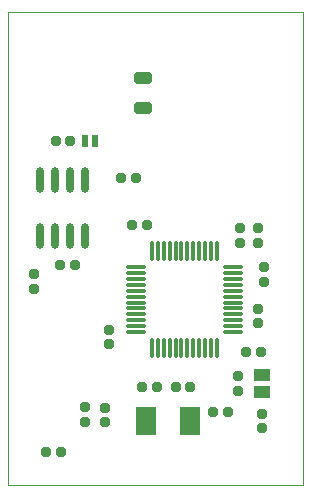
<source format=gtp>
%FSTAX43Y43*%
%MOMM*%
%SFA1B1*%

%IPPOS*%
%AMD10*
4,1,8,0.398780,-0.200660,0.398780,0.200660,0.200660,0.398780,-0.200660,0.398780,-0.398780,0.200660,-0.398780,-0.200660,-0.200660,-0.398780,0.200660,-0.398780,0.398780,-0.200660,0.0*
1,1,0.400000,0.200660,-0.200660*
1,1,0.400000,0.200660,0.200660*
1,1,0.400000,-0.200660,0.200660*
1,1,0.400000,-0.200660,-0.200660*
%
%AMD11*
4,1,8,-0.200660,-0.398780,0.200660,-0.398780,0.398780,-0.200660,0.398780,0.200660,0.200660,0.398780,-0.200660,0.398780,-0.398780,0.200660,-0.398780,-0.200660,-0.200660,-0.398780,0.0*
1,1,0.400000,-0.200660,-0.200660*
1,1,0.400000,0.200660,-0.200660*
1,1,0.400000,0.200660,0.200660*
1,1,0.400000,-0.200660,0.200660*
%
%AMD12*
4,1,8,0.749300,-0.248920,0.749300,0.248920,0.500380,0.500380,-0.500380,0.500380,-0.749300,0.248920,-0.749300,-0.248920,-0.500380,-0.500380,0.500380,-0.500380,0.749300,-0.248920,0.0*
1,1,0.500000,0.500380,-0.248920*
1,1,0.500000,0.500380,0.248920*
1,1,0.500000,-0.500380,0.248920*
1,1,0.500000,-0.500380,-0.248920*
%
G04~CAMADD=10~8~0.0~0.0~315.0~315.0~78.7~0.0~15~0.0~0.0~0.0~0.0~0~0.0~0.0~0.0~0.0~0~0.0~0.0~0.0~270.0~314.0~314.0*
%ADD10D10*%
G04~CAMADD=11~8~0.0~0.0~315.0~315.0~78.7~0.0~15~0.0~0.0~0.0~0.0~0~0.0~0.0~0.0~0.0~0~0.0~0.0~0.0~180.0~314.0~314.0*
%ADD11D11*%
G04~CAMADD=12~8~0.0~0.0~393.7~590.6~98.4~0.0~15~0.0~0.0~0.0~0.0~0~0.0~0.0~0.0~0.0~0~0.0~0.0~0.0~270.0~590.0~393.0*
%ADD12D12*%
%ADD13O,0.299999X1.699997*%
%ADD14O,1.699997X0.299999*%
%ADD15R,0.499999X0.999998*%
%ADD16R,1.399997X1.099998*%
%ADD17R,1.699997X2.399995*%
%ADD18O,0.599999X2.199996*%
%ADD24C,0.100000*%
%LNopengrab_ctrl-1*%
%LPD*%
G54D10*
X0121158Y0070458D03*
Y0071708D03*
X0119634D03*
Y0070458D03*
X0121666Y0067183D03*
Y0068432D03*
X0121165Y0064897D03*
Y0063646D03*
X0119507Y0057912D03*
Y0059161D03*
X0121539Y0056007D03*
Y0054756D03*
X0102235Y0067818D03*
Y0066567D03*
X0108585Y0063119D03*
Y0061868D03*
X0108207Y0056515D03*
Y0055264D03*
X0106499Y0055299D03*
Y0056549D03*
G54D11*
X0105283Y0079121D03*
X0104032D03*
X0109601Y0075946D03*
X011085D03*
X0120142Y0061214D03*
X0121391D03*
X0111385Y0058293D03*
X0112635D03*
X0115443D03*
X0114192D03*
X0117348Y0056134D03*
X0118597D03*
X0105664Y006858D03*
X0104413D03*
X01045Y0052724D03*
X0103251D03*
X011176Y0072009D03*
X0110509D03*
G54D12*
X0111399Y0084399D03*
Y0081899D03*
G54D13*
X0112184Y0061558D03*
X0112684D03*
X0113184D03*
X0113684D03*
X0114184D03*
X0114684D03*
X0115184D03*
X0115684D03*
X0116184D03*
X0116684D03*
X0117184D03*
X0117684D03*
Y0069758D03*
X0117184D03*
X0116684D03*
X0116184D03*
X0115684D03*
X0115184D03*
X0114684D03*
X0114184D03*
X0113684D03*
X0113184D03*
X0112684D03*
X0112184D03*
G54D14*
X0119034Y0062908D03*
Y0063408D03*
Y0063908D03*
Y0064408D03*
Y0064908D03*
Y0065408D03*
Y0065908D03*
Y0066408D03*
Y0066908D03*
Y0067408D03*
Y0067908D03*
Y0068408D03*
X0110834D03*
Y0067908D03*
Y0067408D03*
Y0066908D03*
Y0066408D03*
Y0065908D03*
Y0065408D03*
Y0064908D03*
Y0064408D03*
Y0063908D03*
Y0063408D03*
Y0062908D03*
G54D15*
X0107333Y0079121D03*
X0106533D03*
G54D16*
X0121539Y0057796D03*
Y0059296D03*
G54D17*
X0115387Y0055372D03*
X0111687D03*
G54D18*
X0102743Y0071005D03*
X0104013D03*
X0105283D03*
X0106553D03*
X0102743Y0075805D03*
X0104013D03*
X0105283D03*
X0106553D03*
G54D24*
X0099999Y0089999D02*
X0124999D01*
Y0049999D02*
Y0089999D01*
X0099999Y0049999D02*
X0124999D01*
X0099999D02*
Y0089999D01*
M02*
</source>
